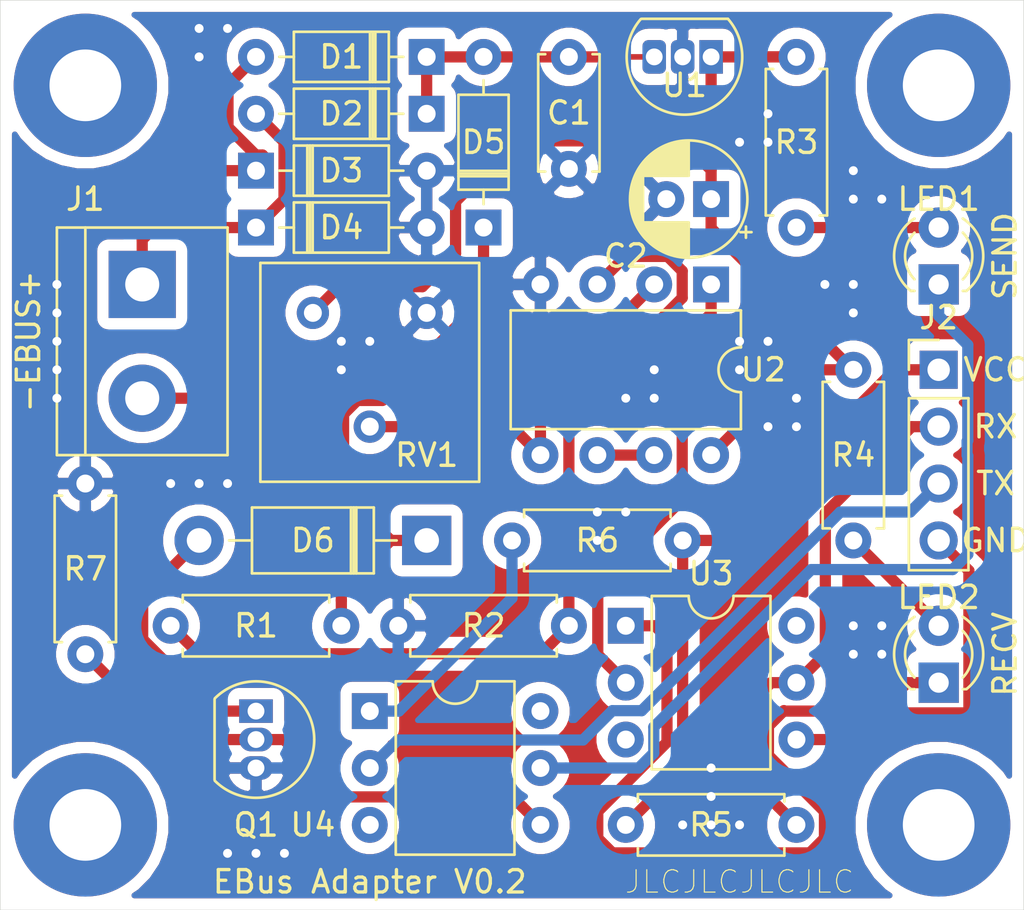
<source format=kicad_pcb>
(kicad_pcb (version 20171130) (host pcbnew 5.1.5+dfsg1-2build2)
  (layers (0 F.Cu signal hide) (31 B.Cu signal) (34 B.Paste user hide) (35 F.Paste user hide) (36 B.SilkS user hide) (37 F.SilkS user) (38 B.Mask user hide) (39 F.Mask user hide) (44 Edge.Cuts user hide))
  (net 0 "")
  (net 1 GNDA)
  (net 2 "Net-(C1-Pad1)")
  (net 3 +5V)
  (net 4 "Net-(D1-Pad2)")
  (net 5 "Net-(D2-Pad2)")
  (net 6 "Net-(D5-Pad1)")
  (net 7 "Net-(D6-Pad2)")
  (net 8 "Net-(J2-Pad4)")
  (net 9 "Net-(J2-Pad3)")
  (net 10 "Net-(J2-Pad2)")
  (net 11 "Net-(J2-Pad1)")
  (net 12 "Net-(LED1-Pad2)")
  (net 13 "Net-(LED1-Pad1)")
  (net 14 "Net-(LED2-Pad2)")
  (net 15 "Net-(LED2-Pad1)")
  (net 16 "Net-(Q1-Pad2)")
  (net 17 "Net-(R1-Pad2)")
  (net 18 "Net-(R6-Pad2)")
  (net 19 "Net-(RV1-Pad2)")
  (net 20 "Net-(U2-Pad6)")
  (net 21 "Net-(U2-Pad1)")
  (net 22 "Net-(U3-Pad6)")
  (net 23 "Net-(U3-Pad3)")
  (net 24 "Net-(U4-Pad6)")
  (net 25 "Net-(U4-Pad3)")
  (net 26 "Net-(H1-Pad1)")
  (net 27 "Net-(H2-Pad1)")
  (net 28 "Net-(H3-Pad1)")
  (net 29 "Net-(H4-Pad1)")
  (module TerminalBlock:TerminalBlock_bornier-2_P5.08mm (layer F.Cu) (at 36.83 104.14 270)
    (fp_text reference J1 (at -3.81 2.54 180) (layer F.SilkS))
    (fp_text value EBus-Connector)
    (fp_text user + (at 0 5.08 90) (layer F.SilkS))
    (fp_text user EBUS (at 2.54 5.08 270) (layer F.SilkS))
    (fp_text user - (at 5.08 5.08 90) (layer F.SilkS))
    (pad 2 thru_hole circle (at 5.08 0 270) (size 3 3) (drill 1.52) (layers *.Cu *.Mask) (net 5 "Net-(D2-Pad2)"))
    (pad 1 thru_hole rect (at 0 0 270) (size 3 3) (drill 1.52) (layers *.Cu *.Mask) (net 4 "Net-(D1-Pad2)"))
  )
  (module Connector_PinHeader_2.54mm:PinHeader_1x04_P2.54mm_Vertical (layer F.Cu) (at 72.39 107.95)
    (fp_text reference J2 (at 0 -2.33 180) (layer F.SilkS))
    (fp_text value Serial)
    (fp_text user VCC (at 2.54 0 180) (layer F.SilkS))
    (fp_text user RX (at 2.54 2.54) (layer F.SilkS))
    (fp_text user TX (at 2.54 5.08) (layer F.SilkS))
    (fp_text user GND (at 2.54 7.62) (layer F.SilkS))
    (pad 4 thru_hole oval (at 0 7.62) (size 1.7 1.7) (drill 1) (layers *.Cu *.Mask) (net 8 "Net-(J2-Pad4)"))
    (pad 3 thru_hole oval (at 0 5.08) (size 1.7 1.7) (drill 1) (layers *.Cu *.Mask) (net 9 "Net-(J2-Pad3)"))
    (pad 2 thru_hole oval (at 0 2.54) (size 1.7 1.7) (drill 1) (layers *.Cu *.Mask) (net 10 "Net-(J2-Pad2)"))
    (pad 1 thru_hole rect (at 0 0) (size 1.7 1.7) (drill 1) (layers *.Cu *.Mask) (net 11 "Net-(J2-Pad1)"))
  )
  (module MountingHole:MountingHole_3.2mm_M3_Pad (layer F.Cu) (at 34.29 95.25)
    (fp_text reference H1 hide)
    (fp_text value MountingHole_Pad)
    (pad 1 thru_hole circle (at 0 0) (size 6.4 6.4) (drill 3.2) (layers *.Cu *.Mask) (net 26 "Net-(H1-Pad1)"))
  )
  (module MountingHole:MountingHole_3.2mm_M3_Pad (layer F.Cu) (at 72.39 128.27)
    (fp_text reference H4 hide)
    (fp_text value MountingHole_Pad)
    (pad 1 thru_hole circle (at 0 0) (size 6.4 6.4) (drill 3.2) (layers *.Cu *.Mask) (net 29 "Net-(H4-Pad1)"))
  )
  (module MountingHole:MountingHole_3.2mm_M3_Pad (layer F.Cu) (at 72.39 95.25)
    (fp_text reference H3 hide)
    (fp_text value MountingHole_Pad)
    (pad 1 thru_hole circle (at 0 0) (size 6.4 6.4) (drill 3.2) (layers *.Cu *.Mask) (net 28 "Net-(H3-Pad1)"))
  )
  (module MountingHole:MountingHole_3.2mm_M3_Pad (layer F.Cu) (at 34.29 128.27)
    (fp_text reference H2 hide)
    (fp_text value MountingHole_Pad)
    (pad 1 thru_hole circle (at 0 0) (size 6.4 6.4) (drill 3.2) (layers *.Cu *.Mask) (net 27 "Net-(H2-Pad1)"))
  )
  (module LED_THT:LED_D3.0mm (layer F.Cu) (at 72.39 104.14 90)
    (fp_text reference LED1 (at 3.81 0 180) (layer F.SilkS))
    (fp_text value SEND (at 1.27 2.96 90) (layer F.SilkS))
    (pad 2 thru_hole circle (at 2.54 0 90) (size 1.8 1.8) (drill 0.9) (layers *.Cu *.Mask) (net 12 "Net-(LED1-Pad2)"))
    (pad 1 thru_hole rect (at 0 0 90) (size 1.8 1.8) (drill 0.9) (layers *.Cu *.Mask) (net 13 "Net-(LED1-Pad1)"))
  )
  (module Resistor_THT:R_Axial_DIN0207_L6.3mm_D2.5mm_P7.62mm_Horizontal (layer F.Cu) (at 68.58 107.95 270)
    (fp_text reference R4 (at 3.81 0 180) (layer F.SilkS))
    (fp_text value 220)
    (pad 2 thru_hole oval (at 7.62 0 270) (size 1.6 1.6) (drill 0.8) (layers *.Cu *.Mask) (net 14 "Net-(LED2-Pad2)"))
    (pad 1 thru_hole circle (at 0 0 270) (size 1.6 1.6) (drill 0.8) (layers *.Cu *.Mask) (net 3 +5V))
  )
  (module Package_DIP:DIP-6_W7.62mm (layer F.Cu) (at 46.99 123.19)
    (fp_text reference U4 (at -2.54 5.08 180) (layer F.SilkS))
    (fp_text value 4N25)
    (pad 6 thru_hole oval (at 7.62 0) (size 1.6 1.6) (drill 0.8) (layers *.Cu *.Mask) (net 24 "Net-(U4-Pad6)"))
    (pad 3 thru_hole oval (at 0 5.08) (size 1.6 1.6) (drill 0.8) (layers *.Cu *.Mask) (net 25 "Net-(U4-Pad3)"))
    (pad 5 thru_hole oval (at 7.62 2.54) (size 1.6 1.6) (drill 0.8) (layers *.Cu *.Mask) (net 13 "Net-(LED1-Pad1)"))
    (pad 2 thru_hole oval (at 0 2.54) (size 1.6 1.6) (drill 0.8) (layers *.Cu *.Mask) (net 9 "Net-(J2-Pad3)"))
    (pad 4 thru_hole oval (at 7.62 5.08) (size 1.6 1.6) (drill 0.8) (layers *.Cu *.Mask) (net 16 "Net-(Q1-Pad2)"))
    (pad 1 thru_hole rect (at 0 0) (size 1.6 1.6) (drill 0.8) (layers *.Cu *.Mask) (net 18 "Net-(R6-Pad2)"))
  )
  (module Diode_THT:D_DO-41_SOD81_P10.16mm_Horizontal (layer F.Cu) (at 49.53 115.57 180)
    (fp_text reference D6 (at 5.08 0) (layer F.SilkS))
    (fp_text value 1N4737A hide)
    (pad 2 thru_hole oval (at 10.16 0 180) (size 2.2 2.2) (drill 1.1) (layers *.Cu *.Mask) (net 7 "Net-(D6-Pad2)"))
    (pad 1 thru_hole rect (at 0 0 180) (size 2.2 2.2) (drill 1.1) (layers *.Cu *.Mask) (net 6 "Net-(D5-Pad1)"))
  )
  (module Resistor_THT:R_Axial_DIN0207_L6.3mm_D2.5mm_P7.62mm_Horizontal (layer F.Cu) (at 55.88 119.38 180)
    (fp_text reference R2 (at 3.81 0) (layer F.SilkS))
    (fp_text value 4.7k)
    (pad 2 thru_hole oval (at 7.62 0 180) (size 1.6 1.6) (drill 0.8) (layers *.Cu *.Mask) (net 1 GNDA))
    (pad 1 thru_hole circle (at 0 0 180) (size 1.6 1.6) (drill 0.8) (layers *.Cu *.Mask) (net 17 "Net-(R1-Pad2)"))
  )
  (module Resistor_THT:R_Axial_DIN0207_L6.3mm_D2.5mm_P7.62mm_Horizontal (layer F.Cu) (at 34.29 120.65 90)
    (fp_text reference R7 (at 3.81 0 180) (layer F.SilkS))
    (fp_text value 4.7k)
    (pad 2 thru_hole oval (at 7.62 0 90) (size 1.6 1.6) (drill 0.8) (layers *.Cu *.Mask) (net 1 GNDA))
    (pad 1 thru_hole circle (at 0 0 90) (size 1.6 1.6) (drill 0.8) (layers *.Cu *.Mask) (net 16 "Net-(Q1-Pad2)"))
  )
  (module Resistor_THT:R_Axial_DIN0207_L6.3mm_D2.5mm_P7.62mm_Horizontal (layer F.Cu) (at 60.96 115.57 180)
    (fp_text reference R6 (at 3.81 0) (layer F.SilkS))
    (fp_text value 120)
    (pad 2 thru_hole oval (at 7.62 0 180) (size 1.6 1.6) (drill 0.8) (layers *.Cu *.Mask) (net 18 "Net-(R6-Pad2)"))
    (pad 1 thru_hole circle (at 0 0 180) (size 1.6 1.6) (drill 0.8) (layers *.Cu *.Mask) (net 11 "Net-(J2-Pad1)"))
  )
  (module Resistor_THT:R_Axial_DIN0207_L6.3mm_D2.5mm_P7.62mm_Horizontal (layer F.Cu) (at 58.42 128.27)
    (fp_text reference R5 (at 3.81 0) (layer F.SilkS))
    (fp_text value 4.7k)
    (pad 2 thru_hole oval (at 7.62 0) (size 1.6 1.6) (drill 0.8) (layers *.Cu *.Mask) (net 10 "Net-(J2-Pad2)"))
    (pad 1 thru_hole circle (at 0 0) (size 1.6 1.6) (drill 0.8) (layers *.Cu *.Mask) (net 11 "Net-(J2-Pad1)"))
  )
  (module Resistor_THT:R_Axial_DIN0207_L6.3mm_D2.5mm_P7.62mm_Horizontal (layer F.Cu) (at 66.04 93.98 270)
    (fp_text reference R3 (at 3.81 0 180) (layer F.SilkS))
    (fp_text value 470)
    (pad 2 thru_hole oval (at 7.62 0 270) (size 1.6 1.6) (drill 0.8) (layers *.Cu *.Mask) (net 12 "Net-(LED1-Pad2)"))
    (pad 1 thru_hole circle (at 0 0 270) (size 1.6 1.6) (drill 0.8) (layers *.Cu *.Mask) (net 3 +5V))
  )
  (module Resistor_THT:R_Axial_DIN0207_L6.3mm_D2.5mm_P7.62mm_Horizontal (layer F.Cu) (at 45.72 119.38 180)
    (fp_text reference R1 (at 3.81 0) (layer F.SilkS))
    (fp_text value 22k)
    (pad 2 thru_hole oval (at 7.62 0 180) (size 1.6 1.6) (drill 0.8) (layers *.Cu *.Mask) (net 17 "Net-(R1-Pad2)"))
    (pad 1 thru_hole circle (at 0 0 180) (size 1.6 1.6) (drill 0.8) (layers *.Cu *.Mask) (net 6 "Net-(D5-Pad1)"))
  )
  (module Package_DIP:DIP-6_W7.62mm (layer F.Cu) (at 58.42 119.38)
    (fp_text reference U3 (at 3.81 -2.33) (layer F.SilkS))
    (fp_text value 4N25)
    (pad 6 thru_hole oval (at 7.62 0) (size 1.6 1.6) (drill 0.8) (layers *.Cu *.Mask) (net 22 "Net-(U3-Pad6)"))
    (pad 3 thru_hole oval (at 0 5.08) (size 1.6 1.6) (drill 0.8) (layers *.Cu *.Mask) (net 23 "Net-(U3-Pad3)"))
    (pad 5 thru_hole oval (at 7.62 2.54) (size 1.6 1.6) (drill 0.8) (layers *.Cu *.Mask) (net 10 "Net-(J2-Pad2)"))
    (pad 2 thru_hole oval (at 0 2.54) (size 1.6 1.6) (drill 0.8) (layers *.Cu *.Mask) (net 21 "Net-(U2-Pad1)"))
    (pad 4 thru_hole oval (at 7.62 5.08) (size 1.6 1.6) (drill 0.8) (layers *.Cu *.Mask) (net 8 "Net-(J2-Pad4)"))
    (pad 1 thru_hole rect (at 0 0) (size 1.6 1.6) (drill 0.8) (layers *.Cu *.Mask) (net 15 "Net-(LED2-Pad1)"))
  )
  (module Package_DIP:DIP-8_W7.62mm (layer F.Cu) (at 62.23 104.14 270)
    (fp_text reference U2 (at 3.81 -2.33 180) (layer F.SilkS))
    (fp_text value LM393N)
    (pad 8 thru_hole oval (at 7.62 0 270) (size 1.6 1.6) (drill 0.8) (layers *.Cu *.Mask) (net 3 +5V))
    (pad 4 thru_hole oval (at 0 7.62 270) (size 1.6 1.6) (drill 0.8) (layers *.Cu *.Mask) (net 1 GNDA))
    (pad 7 thru_hole oval (at 7.62 2.54 270) (size 1.6 1.6) (drill 0.8) (layers *.Cu *.Mask) (net 20 "Net-(U2-Pad6)"))
    (pad 3 thru_hole oval (at 0 5.08 270) (size 1.6 1.6) (drill 0.8) (layers *.Cu *.Mask) (net 17 "Net-(R1-Pad2)"))
    (pad 6 thru_hole oval (at 7.62 5.08 270) (size 1.6 1.6) (drill 0.8) (layers *.Cu *.Mask) (net 20 "Net-(U2-Pad6)"))
    (pad 2 thru_hole oval (at 0 2.54 270) (size 1.6 1.6) (drill 0.8) (layers *.Cu *.Mask) (net 19 "Net-(RV1-Pad2)"))
    (pad 5 thru_hole oval (at 7.62 7.62 270) (size 1.6 1.6) (drill 0.8) (layers *.Cu *.Mask) (net 19 "Net-(RV1-Pad2)"))
    (pad 1 thru_hole rect (at 0 0 270) (size 1.6 1.6) (drill 0.8) (layers *.Cu *.Mask) (net 21 "Net-(U2-Pad1)"))
  )
  (module Package_TO_SOT_THT:TO-92L_Inline (layer F.Cu) (at 62.23 93.98 180)
    (fp_text reference U1 (at 1.19 -1.27) (layer F.SilkS))
    (fp_text value L78L05 hide)
    (pad 1 thru_hole rect (at 0 0 180) (size 1.05 1.5) (drill 0.75) (layers *.Cu *.Mask) (net 3 +5V))
    (pad 3 thru_hole roundrect (at 2.54 0 180) (size 1.05 1.5) (drill 0.75) (layers *.Cu *.Mask) (net 2 "Net-(C1-Pad1)"))
    (pad 2 thru_hole roundrect (at 1.27 0 180) (size 1.05 1.5) (drill 0.75) (layers *.Cu *.Mask) (net 1 GNDA))
  )
  (module Potentiometer_THT:Potentiometer_Bourns_3386F_Vertical (layer F.Cu) (at 44.45 105.41 270)
    (fp_text reference RV1 (at 6.35 -5.08 180) (layer F.SilkS))
    (fp_text value 20k)
    (pad 1 thru_hole circle (at 0 0 270) (size 1.44 1.44) (drill 0.8) (layers *.Cu *.Mask) (net 3 +5V))
    (pad 2 thru_hole circle (at 5.08 -2.54 270) (size 1.44 1.44) (drill 0.8) (layers *.Cu *.Mask) (net 19 "Net-(RV1-Pad2)"))
    (pad 3 thru_hole circle (at 0 -5.08 270) (size 1.44 1.44) (drill 0.8) (layers *.Cu *.Mask) (net 1 GNDA))
  )
  (module Package_TO_SOT_THT:TO-92_Inline (layer F.Cu) (at 41.91 123.19 270)
    (fp_text reference Q1 (at 5.08 0 180) (layer F.SilkS))
    (fp_text value BC337)
    (pad 1 thru_hole rect (at 0 0 270) (size 1.05 1.5) (drill 0.75) (layers *.Cu *.Mask) (net 7 "Net-(D6-Pad2)"))
    (pad 3 thru_hole oval (at 2.54 0 270) (size 1.05 1.5) (drill 0.75) (layers *.Cu *.Mask) (net 1 GNDA))
    (pad 2 thru_hole oval (at 1.27 0 270) (size 1.05 1.5) (drill 0.75) (layers *.Cu *.Mask) (net 16 "Net-(Q1-Pad2)"))
  )
  (module LED_THT:LED_D3.0mm (layer F.Cu) (at 72.39 121.92 90)
    (fp_text reference LED2 (at 3.81 0 180) (layer F.SilkS))
    (fp_text value RECV (at 1.27 2.96 90) (layer F.SilkS))
    (pad 2 thru_hole circle (at 2.54 0 90) (size 1.8 1.8) (drill 0.9) (layers *.Cu *.Mask) (net 14 "Net-(LED2-Pad2)"))
    (pad 1 thru_hole rect (at 0 0 90) (size 1.8 1.8) (drill 0.9) (layers *.Cu *.Mask) (net 15 "Net-(LED2-Pad1)"))
  )
  (module Diode_THT:D_DO-35_SOD27_P7.62mm_Horizontal (layer F.Cu) (at 52.07 101.6 90)
    (fp_text reference D5 (at 3.81 0 180) (layer F.SilkS))
    (fp_text value 1N914 hide)
    (pad 2 thru_hole oval (at 7.62 0 90) (size 1.6 1.6) (drill 0.8) (layers *.Cu *.Mask) (net 2 "Net-(C1-Pad1)"))
    (pad 1 thru_hole rect (at 0 0 90) (size 1.6 1.6) (drill 0.8) (layers *.Cu *.Mask) (net 6 "Net-(D5-Pad1)"))
  )
  (module Diode_THT:D_DO-35_SOD27_P7.62mm_Horizontal (layer F.Cu) (at 41.91 101.6)
    (fp_text reference D4 (at 3.81 0) (layer F.SilkS))
    (fp_text value 1N914 hide)
    (pad 2 thru_hole oval (at 7.62 0) (size 1.6 1.6) (drill 0.8) (layers *.Cu *.Mask) (net 1 GNDA))
    (pad 1 thru_hole rect (at 0 0) (size 1.6 1.6) (drill 0.8) (layers *.Cu *.Mask) (net 5 "Net-(D2-Pad2)"))
  )
  (module Diode_THT:D_DO-35_SOD27_P7.62mm_Horizontal (layer F.Cu) (at 41.91 99.06)
    (fp_text reference D3 (at 3.81 0) (layer F.SilkS))
    (fp_text value 1N914 hide)
    (pad 2 thru_hole oval (at 7.62 0) (size 1.6 1.6) (drill 0.8) (layers *.Cu *.Mask) (net 1 GNDA))
    (pad 1 thru_hole rect (at 0 0) (size 1.6 1.6) (drill 0.8) (layers *.Cu *.Mask) (net 4 "Net-(D1-Pad2)"))
  )
  (module Diode_THT:D_DO-35_SOD27_P7.62mm_Horizontal (layer F.Cu) (at 49.53 96.52 180)
    (fp_text reference D2 (at 3.81 0) (layer F.SilkS))
    (fp_text value 1N914 hide)
    (pad 2 thru_hole oval (at 7.62 0 180) (size 1.6 1.6) (drill 0.8) (layers *.Cu *.Mask) (net 5 "Net-(D2-Pad2)"))
    (pad 1 thru_hole rect (at 0 0 180) (size 1.6 1.6) (drill 0.8) (layers *.Cu *.Mask) (net 2 "Net-(C1-Pad1)"))
  )
  (module Diode_THT:D_DO-35_SOD27_P7.62mm_Horizontal (layer F.Cu) (at 49.53 93.98 180)
    (fp_text reference D1 (at 3.81 0) (layer F.SilkS))
    (fp_text value 1N914 hide)
    (pad 2 thru_hole oval (at 7.62 0 180) (size 1.6 1.6) (drill 0.8) (layers *.Cu *.Mask) (net 4 "Net-(D1-Pad2)"))
    (pad 1 thru_hole rect (at 0 0 180) (size 1.6 1.6) (drill 0.8) (layers *.Cu *.Mask) (net 2 "Net-(C1-Pad1)"))
  )
  (module Capacitor_THT:CP_Radial_D5.0mm_P2.00mm (layer F.Cu) (at 62.23 100.33 180)
    (fp_text reference C2 (at 3.81 -2.54) (layer F.SilkS))
    (fp_text value 10uF hide)
    (pad 2 thru_hole circle (at 2 0 180) (size 1.6 1.6) (drill 0.8) (layers *.Cu *.Mask) (net 1 GNDA))
    (pad 1 thru_hole rect (at 0 0 180) (size 1.6 1.6) (drill 0.8) (layers *.Cu *.Mask) (net 3 +5V))
  )
  (module Capacitor_THT:C_Disc_D5.0mm_W2.5mm_P5.00mm (layer F.Cu) (at 55.88 93.98 270)
    (fp_text reference C1 (at 2.5 0 180) (layer F.SilkS))
    (fp_text value 100nF hide)
    (pad 2 thru_hole circle (at 5 0 270) (size 1.6 1.6) (drill 0.8) (layers *.Cu *.Mask) (net 1 GNDA))
    (pad 1 thru_hole circle (at 0 0 270) (size 1.6 1.6) (drill 0.8) (layers *.Cu *.Mask) (net 2 "Net-(C1-Pad1)"))
  )
  (gr_line (start 76.2 91.44) (end 30.48 91.44) (layer Edge.Cuts) (width 0.05))
  (gr_line (start 76.2 132.08) (end 76.2 91.44) (layer Edge.Cuts) (width 0.05))
  (gr_line (start 30.48 132.08) (end 76.2 132.08) (layer Edge.Cuts) (width 0.05))
  (gr_line (start 30.48 91.44) (end 30.48 132.08) (layer Edge.Cuts) (width 0.05))
  (gr_text JLCJLCJLCJLC (at 63.5 130.81) (layer F.SilkS) (effects (font (size 1 1) (thickness 0.05))))
  (gr_text "EBus Adapter V0.2" (at 46.99 130.81) (layer F.SilkS) (effects (font (size 1 1))))
  (segment (start 49.53 99.06) (end 49.53 101.6) (width 0.5) (layer F.Cu) (net 1))
  (via (at 63.5 107.95) (size 0.8) (drill 0.4) (layers F.Cu B.Cu) (net 1))
  (via (at 64.77 106.68) (size 0.8) (drill 0.4) (layers F.Cu B.Cu) (net 1))
  (via (at 63.5 106.68) (size 0.8) (drill 0.4) (layers F.Cu B.Cu) (net 1))
  (via (at 46.99 106.68) (size 0.8) (drill 0.4) (layers F.Cu B.Cu) (net 1))
  (via (at 45.72 107.95) (size 0.8) (drill 0.4) (layers F.Cu B.Cu) (net 1))
  (via (at 45.72 106.68) (size 0.8) (drill 0.4) (layers F.Cu B.Cu) (net 1))
  (via (at 38.1 113.03) (size 0.8) (drill 0.4) (layers F.Cu B.Cu) (net 1))
  (via (at 39.37 113.03) (size 0.8) (drill 0.4) (layers F.Cu B.Cu) (net 1))
  (via (at 40.64 113.03) (size 0.8) (drill 0.4) (layers F.Cu B.Cu) (net 1))
  (via (at 64.77 110.49) (size 0.8) (drill 0.4) (layers F.Cu B.Cu) (net 1))
  (via (at 66.04 110.49) (size 0.8) (drill 0.4) (layers F.Cu B.Cu) (net 1))
  (via (at 66.04 109.22) (size 0.8) (drill 0.4) (layers F.Cu B.Cu) (net 1))
  (via (at 68.58 119.38) (size 0.8) (drill 0.4) (layers F.Cu B.Cu) (net 1))
  (via (at 68.58 120.65) (size 0.8) (drill 0.4) (layers F.Cu B.Cu) (net 1))
  (via (at 69.85 120.65) (size 0.8) (drill 0.4) (layers F.Cu B.Cu) (net 1))
  (via (at 69.85 119.38) (size 0.8) (drill 0.4) (layers F.Cu B.Cu) (net 1))
  (via (at 60.96 128.27) (size 0.8) (drill 0.4) (layers F.Cu B.Cu) (net 1))
  (via (at 62.23 128.27) (size 0.8) (drill 0.4) (layers F.Cu B.Cu) (net 1))
  (via (at 63.5 128.27) (size 0.8) (drill 0.4) (layers F.Cu B.Cu) (net 1))
  (via (at 62.23 127) (size 0.8) (drill 0.4) (layers F.Cu B.Cu) (net 1))
  (via (at 62.23 125.73) (size 0.8) (drill 0.4) (layers F.Cu B.Cu) (net 1))
  (via (at 58.42 109.22) (size 0.8) (drill 0.4) (layers F.Cu B.Cu) (net 1))
  (via (at 59.69 109.22) (size 0.8) (drill 0.4) (layers F.Cu B.Cu) (net 1))
  (via (at 59.69 107.95) (size 0.8) (drill 0.4) (layers F.Cu B.Cu) (net 1))
  (via (at 57.15 114.3) (size 0.8) (drill 0.4) (layers F.Cu B.Cu) (net 1))
  (via (at 57.15 115.57) (size 0.8) (drill 0.4) (layers F.Cu B.Cu) (net 1))
  (via (at 58.42 114.3) (size 0.8) (drill 0.4) (layers F.Cu B.Cu) (net 1))
  (via (at 40.64 129.54) (size 0.8) (drill 0.4) (layers F.Cu B.Cu) (net 1))
  (via (at 41.91 129.54) (size 0.8) (drill 0.4) (layers F.Cu B.Cu) (net 1))
  (via (at 43.18 129.54) (size 0.8) (drill 0.4) (layers F.Cu B.Cu) (net 1))
  (via (at 67.31 104.14) (size 0.8) (drill 0.4) (layers F.Cu B.Cu) (net 1))
  (via (at 68.58 104.14) (size 0.8) (drill 0.4) (layers F.Cu B.Cu) (net 1))
  (via (at 68.58 105.41) (size 0.8) (drill 0.4) (layers F.Cu B.Cu) (net 1))
  (via (at 39.37 92.71) (size 0.8) (drill 0.4) (layers F.Cu B.Cu) (net 1))
  (via (at 39.37 93.98) (size 0.8) (drill 0.4) (layers F.Cu B.Cu) (net 1))
  (via (at 40.64 92.71) (size 0.8) (drill 0.4) (layers F.Cu B.Cu) (net 1))
  (via (at 33.02 106.68) (size 0.8) (drill 0.4) (layers F.Cu B.Cu) (net 1))
  (via (at 33.02 105.41) (size 0.8) (drill 0.4) (layers F.Cu B.Cu) (net 1))
  (via (at 33.02 104.14) (size 0.8) (drill 0.4) (layers F.Cu B.Cu) (net 1))
  (via (at 33.02 107.95) (size 0.8) (drill 0.4) (layers F.Cu B.Cu) (net 1))
  (via (at 33.02 109.22) (size 0.8) (drill 0.4) (layers F.Cu B.Cu) (net 1))
  (via (at 68.58 99.06) (size 0.8) (drill 0.4) (layers F.Cu B.Cu) (net 1))
  (via (at 68.58 100.33) (size 0.8) (drill 0.4) (layers F.Cu B.Cu) (net 1))
  (via (at 69.85 100.33) (size 0.8) (drill 0.4) (layers F.Cu B.Cu) (net 1))
  (via (at 64.77 96.52) (size 0.8) (drill 0.4) (layers F.Cu B.Cu) (net 1))
  (via (at 64.77 97.79) (size 0.8) (drill 0.4) (layers F.Cu B.Cu) (net 1))
  (via (at 63.5 97.79) (size 0.8) (drill 0.4) (layers F.Cu B.Cu) (net 1))
  (segment (start 49.53 93.98) (end 49.53 96.52) (width 0.5) (layer F.Cu) (net 2))
  (segment (start 52.07 93.98) (end 49.53 93.98) (width 0.5) (layer F.Cu) (net 2))
  (segment (start 52.07 93.98) (end 55.88 93.98) (width 0.5) (layer F.Cu) (net 2))
  (segment (start 55.88 93.98) (end 57.15 93.98) (width 0.5) (layer F.Cu) (net 2))
  (segment (start 57.15 93.98) (end 59.69 93.98) (width 0.25) (layer F.Cu) (net 2))
  (segment (start 64.77 93.98) (end 66.04 93.98) (width 0.5) (layer F.Cu) (net 3))
  (segment (start 50.819999 100.439999) (end 53.529999 97.729999) (width 0.5) (layer F.Cu) (net 3))
  (segment (start 62.23 99.03) (end 62.23 100.33) (width 0.5) (layer F.Cu) (net 3))
  (segment (start 50.819999 102.760001) (end 50.819999 100.439999) (width 0.5) (layer F.Cu) (net 3))
  (segment (start 53.529999 97.729999) (end 60.929999 97.729999) (width 0.5) (layer F.Cu) (net 3))
  (segment (start 45.620001 104.239999) (end 49.340001 104.239999) (width 0.5) (layer F.Cu) (net 3))
  (segment (start 49.340001 104.239999) (end 50.819999 102.760001) (width 0.5) (layer F.Cu) (net 3))
  (segment (start 44.45 105.41) (end 45.620001 104.239999) (width 0.5) (layer F.Cu) (net 3))
  (segment (start 68.55 107.95) (end 68.58 107.95) (width 0.5) (layer F.Cu) (net 3))
  (segment (start 62.23 101.63) (end 68.55 107.95) (width 0.5) (layer F.Cu) (net 3))
  (segment (start 62.23 100.33) (end 62.23 101.63) (width 0.5) (layer F.Cu) (net 3))
  (segment (start 66.04 107.95) (end 62.23 111.76) (width 0.5) (layer F.Cu) (net 3))
  (segment (start 68.58 107.95) (end 66.04 107.95) (width 0.5) (layer F.Cu) (net 3))
  (segment (start 60.929999 97.729999) (end 62.23 99.03) (width 0.5) (layer F.Cu) (net 3))
  (segment (start 62.23 93.98) (end 66.04 93.98) (width 0.5) (layer F.Cu) (net 3))
  (segment (start 62.23 93.98) (end 62.23 96.52) (width 0.5) (layer F.Cu) (net 3))
  (segment (start 61.020001 97.729999) (end 60.929999 97.729999) (width 0.5) (layer F.Cu) (net 3))
  (segment (start 62.23 96.52) (end 61.020001 97.729999) (width 0.5) (layer F.Cu) (net 3))
  (segment (start 42.199953 98.35999) (end 42.404981 98.565018) (width 0.5) (layer F.Cu) (net 4))
  (segment (start 41.899988 98.35999) (end 42.199953 98.35999) (width 0.5) (layer F.Cu) (net 4))
  (segment (start 40.659999 97.120001) (end 41.899988 98.35999) (width 0.5) (layer F.Cu) (net 4))
  (segment (start 40.659999 95.230001) (end 40.659999 97.120001) (width 0.5) (layer F.Cu) (net 4))
  (segment (start 41.91 93.98) (end 40.659999 95.230001) (width 0.5) (layer F.Cu) (net 4))
  (segment (start 40.64 95.25) (end 40.659999 95.230001) (width 0.5) (layer F.Cu) (net 4))
  (segment (start 40.61 99.06) (end 41.91 99.06) (width 0.5) (layer F.Cu) (net 4))
  (segment (start 39.91 99.06) (end 40.61 99.06) (width 0.5) (layer F.Cu) (net 4))
  (segment (start 36.83 102.14) (end 39.91 99.06) (width 0.5) (layer F.Cu) (net 4))
  (segment (start 36.83 104.14) (end 36.83 102.14) (width 0.5) (layer F.Cu) (net 4))
  (segment (start 43.160001 100.349999) (end 41.91 101.6) (width 0.5) (layer F.Cu) (net 5))
  (segment (start 43.160001 97.770001) (end 43.160001 100.349999) (width 0.5) (layer F.Cu) (net 5))
  (segment (start 41.91 96.52) (end 43.160001 97.770001) (width 0.5) (layer F.Cu) (net 5))
  (segment (start 40.61 101.6) (end 41.91 101.6) (width 0.5) (layer F.Cu) (net 5))
  (segment (start 39.37 102.84) (end 40.61 101.6) (width 0.5) (layer F.Cu) (net 5))
  (segment (start 39.37 108.80132) (end 39.37 102.84) (width 0.5) (layer F.Cu) (net 5))
  (segment (start 38.95132 109.22) (end 39.37 108.80132) (width 0.5) (layer F.Cu) (net 5))
  (segment (start 36.83 109.22) (end 38.95132 109.22) (width 0.5) (layer F.Cu) (net 5))
  (segment (start 45.819999 113.459999) (end 47.93 115.57) (width 0.5) (layer F.Cu) (net 6))
  (segment (start 45.819999 109.928399) (end 45.819999 113.459999) (width 0.5) (layer F.Cu) (net 6))
  (segment (start 46.428399 109.319999) (end 45.819999 109.928399) (width 0.5) (layer F.Cu) (net 6))
  (segment (start 47.551601 109.319999) (end 46.428399 109.319999) (width 0.5) (layer F.Cu) (net 6))
  (segment (start 52.07 104.8016) (end 47.551601 109.319999) (width 0.5) (layer F.Cu) (net 6))
  (segment (start 52.07 101.6) (end 52.07 104.8016) (width 0.5) (layer F.Cu) (net 6))
  (segment (start 45.72 118.24863) (end 45.72 119.38) (width 0.5) (layer F.Cu) (net 6))
  (segment (start 45.72 117.78) (end 45.72 118.24863) (width 0.5) (layer F.Cu) (net 6))
  (segment (start 47.93 115.57) (end 45.72 117.78) (width 0.5) (layer F.Cu) (net 6))
  (segment (start 49.53 115.57) (end 47.93 115.57) (width 0.5) (layer F.Cu) (net 6))
  (segment (start 38.270001 116.669999) (end 39.37 115.57) (width 0.5) (layer F.Cu) (net 7))
  (segment (start 36.849999 119.980001) (end 36.849999 118.090001) (width 0.5) (layer F.Cu) (net 7))
  (segment (start 36.849999 118.090001) (end 38.270001 116.669999) (width 0.5) (layer F.Cu) (net 7))
  (segment (start 40.059998 123.19) (end 36.849999 119.980001) (width 0.5) (layer F.Cu) (net 7))
  (segment (start 41.91 123.19) (end 40.059998 123.19) (width 0.5) (layer F.Cu) (net 7))
  (segment (start 73.239999 116.419999) (end 72.39 115.57) (width 0.5) (layer F.Cu) (net 8))
  (segment (start 73.740001 116.920001) (end 73.239999 116.419999) (width 0.5) (layer F.Cu) (net 8))
  (segment (start 73.740001 123.180001) (end 73.740001 116.920001) (width 0.5) (layer F.Cu) (net 8))
  (segment (start 73.650001 123.270001) (end 73.740001 123.180001) (width 0.5) (layer F.Cu) (net 8))
  (segment (start 70.803997 123.270001) (end 73.650001 123.270001) (width 0.5) (layer F.Cu) (net 8))
  (segment (start 69.613998 124.46) (end 70.803997 123.270001) (width 0.5) (layer F.Cu) (net 8))
  (segment (start 66.04 124.46) (end 69.613998 124.46) (width 0.5) (layer F.Cu) (net 8))
  (segment (start 57.819999 123.170001) (end 59.129997 123.170001) (width 0.5) (layer B.Cu) (net 9))
  (segment (start 56.510001 124.479999) (end 57.819999 123.170001) (width 0.5) (layer B.Cu) (net 9))
  (segment (start 48.240001 124.479999) (end 56.510001 124.479999) (width 0.5) (layer B.Cu) (net 9))
  (segment (start 46.99 125.73) (end 48.240001 124.479999) (width 0.5) (layer B.Cu) (net 9))
  (segment (start 72.39 113.03) (end 71.12 114.3) (width 0.5) (layer B.Cu) (net 9))
  (segment (start 67.999998 114.3) (end 59.129997 123.170001) (width 0.5) (layer B.Cu) (net 9))
  (segment (start 71.12 114.3) (end 67.999998 114.3) (width 0.5) (layer B.Cu) (net 9))
  (segment (start 65.240001 127.470001) (end 66.04 128.27) (width 0.5) (layer F.Cu) (net 10))
  (segment (start 64.089989 126.319989) (end 65.240001 127.470001) (width 0.5) (layer F.Cu) (net 10))
  (segment (start 64.089989 122.738641) (end 64.089989 126.319989) (width 0.5) (layer F.Cu) (net 10))
  (segment (start 64.90863 121.92) (end 64.089989 122.738641) (width 0.5) (layer F.Cu) (net 10))
  (segment (start 66.04 121.92) (end 64.90863 121.92) (width 0.5) (layer F.Cu) (net 10))
  (segment (start 71.187919 110.49) (end 72.39 110.49) (width 0.5) (layer F.Cu) (net 10))
  (segment (start 67.329999 114.34792) (end 71.187919 110.49) (width 0.5) (layer F.Cu) (net 10))
  (segment (start 67.329999 120.630001) (end 67.329999 114.34792) (width 0.5) (layer F.Cu) (net 10))
  (segment (start 66.04 121.92) (end 67.329999 120.630001) (width 0.5) (layer F.Cu) (net 10))
  (segment (start 60.96 125.73) (end 58.42 128.27) (width 0.5) (layer F.Cu) (net 11))
  (segment (start 60.96 115.57) (end 60.96 125.73) (width 0.5) (layer F.Cu) (net 11))
  (segment (start 70.430002 107.95) (end 72.39 107.95) (width 0.5) (layer F.Cu) (net 11))
  (segment (start 62.810002 115.57) (end 70.430002 107.95) (width 0.5) (layer F.Cu) (net 11))
  (segment (start 60.96 115.57) (end 62.810002 115.57) (width 0.5) (layer F.Cu) (net 11))
  (segment (start 66.04 101.6) (end 72.39 101.6) (width 0.5) (layer F.Cu) (net 12))
  (segment (start 72.39 105.54) (end 72.39 104.14) (width 0.5) (layer B.Cu) (net 13))
  (segment (start 73.690001 106.840001) (end 72.39 105.54) (width 0.5) (layer B.Cu) (net 13))
  (segment (start 73.66 111.144002) (end 73.690001 111.114001) (width 0.5) (layer B.Cu) (net 13))
  (segment (start 73.66 111.76) (end 73.66 111.144002) (width 0.5) (layer B.Cu) (net 13))
  (segment (start 73.690001 111.790001) (end 73.66 111.76) (width 0.5) (layer B.Cu) (net 13))
  (segment (start 73.690001 116.194001) (end 73.690001 111.790001) (width 0.5) (layer B.Cu) (net 13))
  (segment (start 73.014001 116.870001) (end 73.690001 116.194001) (width 0.5) (layer B.Cu) (net 13))
  (segment (start 73.690001 111.114001) (end 73.690001 106.840001) (width 0.5) (layer B.Cu) (net 13))
  (segment (start 66.699997 116.870001) (end 73.014001 116.870001) (width 0.5) (layer B.Cu) (net 13))
  (segment (start 55.74137 125.73) (end 54.61 125.73) (width 0.5) (layer B.Cu) (net 13))
  (segment (start 59.670001 125.060001) (end 59.000002 125.73) (width 0.5) (layer B.Cu) (net 13))
  (segment (start 59.670001 123.899997) (end 59.670001 125.060001) (width 0.5) (layer B.Cu) (net 13))
  (segment (start 59.000002 125.73) (end 55.74137 125.73) (width 0.5) (layer B.Cu) (net 13))
  (segment (start 66.699997 116.870001) (end 59.670001 123.899997) (width 0.5) (layer B.Cu) (net 13))
  (segment (start 68.58 115.57) (end 72.39 119.38) (width 0.5) (layer F.Cu) (net 14))
  (segment (start 64.789999 125.169997) (end 64.789999 123.859999) (width 0.5) (layer F.Cu) (net 15))
  (segment (start 58.42 119.38) (end 59.72 119.38) (width 0.5) (layer F.Cu) (net 15))
  (segment (start 59.72 119.38) (end 60.25999 119.91999) (width 0.5) (layer F.Cu) (net 15))
  (segment (start 60.25999 119.91999) (end 60.25999 124.580008) (width 0.5) (layer F.Cu) (net 15))
  (segment (start 60.25999 124.580008) (end 57.169999 127.669999) (width 0.5) (layer F.Cu) (net 15))
  (segment (start 57.169999 127.669999) (end 57.169999 128.870001) (width 0.5) (layer F.Cu) (net 15))
  (segment (start 67.290001 127.669999) (end 64.789999 125.169997) (width 0.5) (layer F.Cu) (net 15))
  (segment (start 57.169999 128.870001) (end 57.819999 129.520001) (width 0.5) (layer F.Cu) (net 15))
  (segment (start 57.819999 129.520001) (end 66.640001 129.520001) (width 0.5) (layer F.Cu) (net 15))
  (segment (start 66.640001 129.520001) (end 67.290001 128.870001) (width 0.5) (layer F.Cu) (net 15))
  (segment (start 67.290001 128.870001) (end 67.290001 127.669999) (width 0.5) (layer F.Cu) (net 15))
  (segment (start 64.789999 123.859999) (end 65.479997 123.170001) (width 0.5) (layer F.Cu) (net 15))
  (segment (start 65.499996 123.19) (end 69.85 123.19) (width 0.5) (layer F.Cu) (net 15))
  (segment (start 65.479997 123.170001) (end 65.499996 123.19) (width 0.5) (layer F.Cu) (net 15))
  (segment (start 70.99 121.92) (end 72.39 121.92) (width 0.5) (layer F.Cu) (net 15))
  (segment (start 69.85 123.06) (end 70.99 121.92) (width 0.5) (layer F.Cu) (net 15))
  (segment (start 69.85 123.19) (end 69.85 123.06) (width 0.5) (layer F.Cu) (net 15))
  (segment (start 38.1 124.46) (end 41.91 124.46) (width 0.5) (layer F.Cu) (net 16))
  (segment (start 34.29 120.65) (end 38.1 124.46) (width 0.5) (layer F.Cu) (net 16))
  (segment (start 53.810001 127.470001) (end 54.61 128.27) (width 0.5) (layer F.Cu) (net 16))
  (segment (start 41.91 124.46) (end 43.16 124.46) (width 0.5) (layer F.Cu) (net 16))
  (segment (start 43.16 124.46) (end 45.719999 127.019999) (width 0.5) (layer F.Cu) (net 16))
  (segment (start 53.359999 127.019999) (end 53.810001 127.470001) (width 0.5) (layer F.Cu) (net 16))
  (segment (start 45.719999 127.019999) (end 53.359999 127.019999) (width 0.5) (layer F.Cu) (net 16))
  (segment (start 55.080001 120.179999) (end 55.88 119.38) (width 0.5) (layer F.Cu) (net 17))
  (segment (start 54.629999 120.630001) (end 55.080001 120.179999) (width 0.5) (layer F.Cu) (net 17))
  (segment (start 39.350001 120.630001) (end 54.629999 120.630001) (width 0.5) (layer F.Cu) (net 17))
  (segment (start 38.1 119.38) (end 39.350001 120.630001) (width 0.5) (layer F.Cu) (net 17))
  (segment (start 58.400001 102.889999) (end 57.949999 103.340001) (width 0.5) (layer F.Cu) (net 17))
  (segment (start 57.949999 103.340001) (end 57.15 104.14) (width 0.5) (layer F.Cu) (net 17))
  (segment (start 60.290001 102.889999) (end 58.400001 102.889999) (width 0.5) (layer F.Cu) (net 17))
  (segment (start 60.940001 103.539999) (end 60.290001 102.889999) (width 0.5) (layer F.Cu) (net 17))
  (segment (start 60.940001 104.740001) (end 60.940001 103.539999) (width 0.5) (layer F.Cu) (net 17))
  (segment (start 55.88 109.800002) (end 60.940001 104.740001) (width 0.5) (layer F.Cu) (net 17))
  (segment (start 55.88 119.38) (end 55.88 109.800002) (width 0.5) (layer F.Cu) (net 17))
  (segment (start 53.34 116.70137) (end 53.34 115.57) (width 0.5) (layer B.Cu) (net 18))
  (segment (start 53.34 118.14) (end 53.34 116.70137) (width 0.5) (layer B.Cu) (net 18))
  (segment (start 48.29 123.19) (end 53.34 118.14) (width 0.5) (layer B.Cu) (net 18))
  (segment (start 46.99 123.19) (end 48.29 123.19) (width 0.5) (layer B.Cu) (net 18))
  (segment (start 53.34 110.49) (end 54.61 111.76) (width 0.5) (layer F.Cu) (net 19))
  (segment (start 46.99 110.49) (end 53.34 110.49) (width 0.5) (layer F.Cu) (net 19))
  (segment (start 54.61 109.22) (end 59.69 104.14) (width 0.5) (layer F.Cu) (net 19))
  (segment (start 54.61 111.76) (end 54.61 109.22) (width 0.5) (layer F.Cu) (net 19))
  (segment (start 59.69 111.76) (end 57.15 111.76) (width 0.5) (layer F.Cu) (net 20))
  (segment (start 57.620001 121.120001) (end 58.42 121.92) (width 0.5) (layer F.Cu) (net 21))
  (segment (start 57.169999 120.669999) (end 57.620001 121.120001) (width 0.5) (layer F.Cu) (net 21))
  (segment (start 57.169999 117.509999) (end 57.169999 120.669999) (width 0.5) (layer F.Cu) (net 21))
  (segment (start 60.940001 113.739997) (end 57.169999 117.509999) (width 0.5) (layer F.Cu) (net 21))
  (segment (start 60.940001 106.729999) (end 60.940001 113.739997) (width 0.5) (layer F.Cu) (net 21))
  (segment (start 62.23 105.44) (end 60.940001 106.729999) (width 0.5) (layer F.Cu) (net 21))
  (segment (start 62.23 104.14) (end 62.23 105.44) (width 0.5) (layer F.Cu) (net 21))
  (zone (net 1) (net_name GNDA) (layer F.Cu) (connect_pads (clearance 0.508)) (min_thickness 0.254) (fill yes (arc_segments 32) (thermal_gap 0.508) (thermal_bridge_width 0.508))
    (polygon (pts (xy 76.2 132.08) (xy 30.48 132.08) (xy 30.48 91.44) (xy 76.2 91.44)))
  )
  (zone (net 1) (net_name GNDA) (layer B.Cu) (connect_pads (clearance 0.508)) (min_thickness 0.254) (fill yes (arc_segments 32) (thermal_gap 0.508) (thermal_bridge_width 0.508))
    (polygon (pts (xy 76.2 132.08) (xy 30.48 132.08) (xy 30.48 91.44) (xy 76.2 91.44)))
  )
)
</source>
